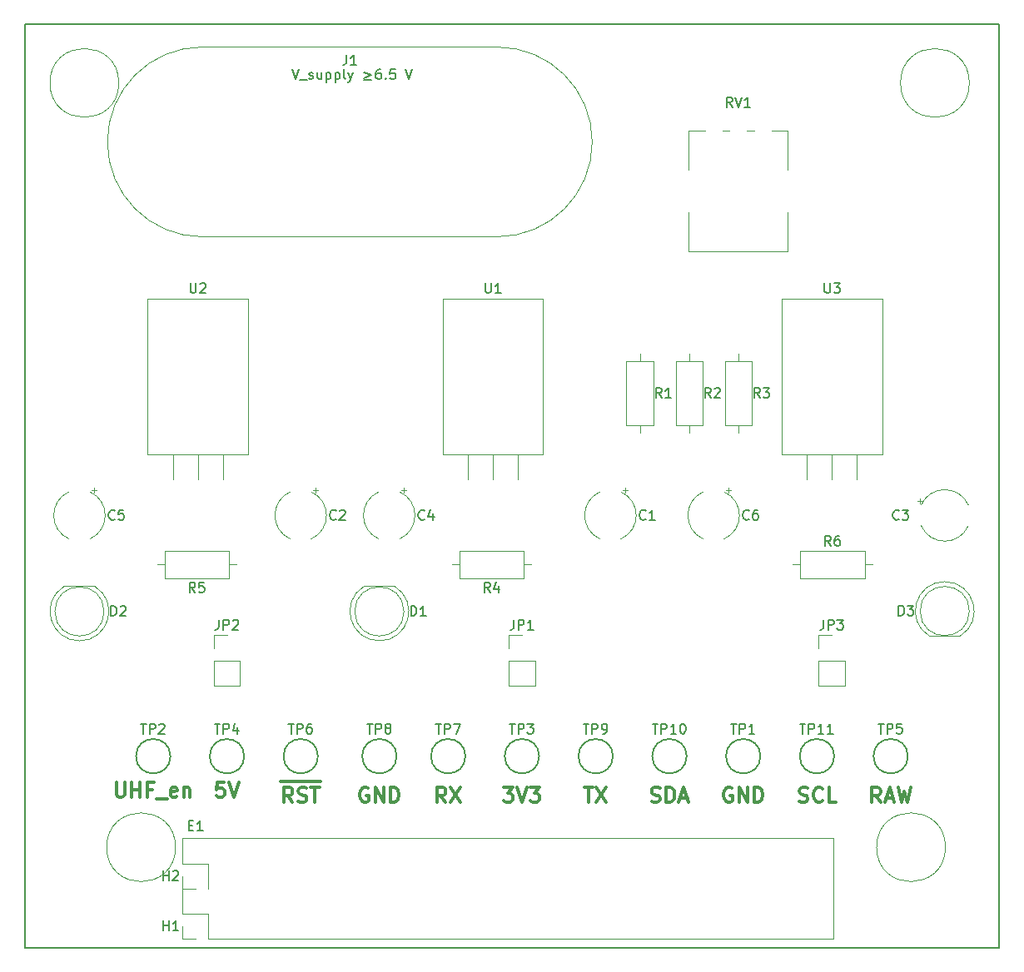
<source format=gbr>
%TF.GenerationSoftware,KiCad,Pcbnew,(5.0.2)-1*%
%TF.CreationDate,2020-07-21T09:41:45-06:00*%
%TF.ProjectId,power_interface,706f7765-725f-4696-9e74-657266616365,rev?*%
%TF.SameCoordinates,Original*%
%TF.FileFunction,Legend,Top*%
%TF.FilePolarity,Positive*%
%FSLAX46Y46*%
G04 Gerber Fmt 4.6, Leading zero omitted, Abs format (unit mm)*
G04 Created by KiCad (PCBNEW (5.0.2)-1) date 7/21/2020 9:41:45 AM*
%MOMM*%
%LPD*%
G01*
G04 APERTURE LIST*
%ADD10C,0.020000*%
%ADD11C,0.300000*%
%ADD12C,0.200000*%
%ADD13C,0.120000*%
%ADD14C,0.150000*%
G04 APERTURE END LIST*
D10*
X193000028Y-59000000D02*
G75*
G03X193000028Y-59000000I-3500014J0D01*
G01*
X106500014Y-59000000D02*
G75*
G03X106500014Y-59000000I-3500014J0D01*
G01*
D11*
X175714285Y-132107142D02*
X175928571Y-132178571D01*
X176285714Y-132178571D01*
X176428571Y-132107142D01*
X176500000Y-132035714D01*
X176571428Y-131892857D01*
X176571428Y-131750000D01*
X176500000Y-131607142D01*
X176428571Y-131535714D01*
X176285714Y-131464285D01*
X176000000Y-131392857D01*
X175857142Y-131321428D01*
X175785714Y-131250000D01*
X175714285Y-131107142D01*
X175714285Y-130964285D01*
X175785714Y-130821428D01*
X175857142Y-130750000D01*
X176000000Y-130678571D01*
X176357142Y-130678571D01*
X176571428Y-130750000D01*
X178071428Y-132035714D02*
X178000000Y-132107142D01*
X177785714Y-132178571D01*
X177642857Y-132178571D01*
X177428571Y-132107142D01*
X177285714Y-131964285D01*
X177214285Y-131821428D01*
X177142857Y-131535714D01*
X177142857Y-131321428D01*
X177214285Y-131035714D01*
X177285714Y-130892857D01*
X177428571Y-130750000D01*
X177642857Y-130678571D01*
X177785714Y-130678571D01*
X178000000Y-130750000D01*
X178071428Y-130821428D01*
X179428571Y-132178571D02*
X178714285Y-132178571D01*
X178714285Y-130678571D01*
X183964285Y-132178571D02*
X183464285Y-131464285D01*
X183107142Y-132178571D02*
X183107142Y-130678571D01*
X183678571Y-130678571D01*
X183821428Y-130750000D01*
X183892857Y-130821428D01*
X183964285Y-130964285D01*
X183964285Y-131178571D01*
X183892857Y-131321428D01*
X183821428Y-131392857D01*
X183678571Y-131464285D01*
X183107142Y-131464285D01*
X184535714Y-131750000D02*
X185250000Y-131750000D01*
X184392857Y-132178571D02*
X184892857Y-130678571D01*
X185392857Y-132178571D01*
X185750000Y-130678571D02*
X186107142Y-132178571D01*
X186392857Y-131107142D01*
X186678571Y-132178571D01*
X187035714Y-130678571D01*
X168857142Y-130750000D02*
X168714285Y-130678571D01*
X168500000Y-130678571D01*
X168285714Y-130750000D01*
X168142857Y-130892857D01*
X168071428Y-131035714D01*
X168000000Y-131321428D01*
X168000000Y-131535714D01*
X168071428Y-131821428D01*
X168142857Y-131964285D01*
X168285714Y-132107142D01*
X168500000Y-132178571D01*
X168642857Y-132178571D01*
X168857142Y-132107142D01*
X168928571Y-132035714D01*
X168928571Y-131535714D01*
X168642857Y-131535714D01*
X169571428Y-132178571D02*
X169571428Y-130678571D01*
X170428571Y-132178571D01*
X170428571Y-130678571D01*
X171142857Y-132178571D02*
X171142857Y-130678571D01*
X171500000Y-130678571D01*
X171714285Y-130750000D01*
X171857142Y-130892857D01*
X171928571Y-131035714D01*
X172000000Y-131321428D01*
X172000000Y-131535714D01*
X171928571Y-131821428D01*
X171857142Y-131964285D01*
X171714285Y-132107142D01*
X171500000Y-132178571D01*
X171142857Y-132178571D01*
X160678571Y-132107142D02*
X160892857Y-132178571D01*
X161250000Y-132178571D01*
X161392857Y-132107142D01*
X161464285Y-132035714D01*
X161535714Y-131892857D01*
X161535714Y-131750000D01*
X161464285Y-131607142D01*
X161392857Y-131535714D01*
X161250000Y-131464285D01*
X160964285Y-131392857D01*
X160821428Y-131321428D01*
X160750000Y-131250000D01*
X160678571Y-131107142D01*
X160678571Y-130964285D01*
X160750000Y-130821428D01*
X160821428Y-130750000D01*
X160964285Y-130678571D01*
X161321428Y-130678571D01*
X161535714Y-130750000D01*
X162178571Y-132178571D02*
X162178571Y-130678571D01*
X162535714Y-130678571D01*
X162750000Y-130750000D01*
X162892857Y-130892857D01*
X162964285Y-131035714D01*
X163035714Y-131321428D01*
X163035714Y-131535714D01*
X162964285Y-131821428D01*
X162892857Y-131964285D01*
X162750000Y-132107142D01*
X162535714Y-132178571D01*
X162178571Y-132178571D01*
X163607142Y-131750000D02*
X164321428Y-131750000D01*
X163464285Y-132178571D02*
X163964285Y-130678571D01*
X164464285Y-132178571D01*
X145642857Y-130678571D02*
X146571428Y-130678571D01*
X146071428Y-131250000D01*
X146285714Y-131250000D01*
X146428571Y-131321428D01*
X146500000Y-131392857D01*
X146571428Y-131535714D01*
X146571428Y-131892857D01*
X146500000Y-132035714D01*
X146428571Y-132107142D01*
X146285714Y-132178571D01*
X145857142Y-132178571D01*
X145714285Y-132107142D01*
X145642857Y-132035714D01*
X147000000Y-130678571D02*
X147500000Y-132178571D01*
X148000000Y-130678571D01*
X148357142Y-130678571D02*
X149285714Y-130678571D01*
X148785714Y-131250000D01*
X149000000Y-131250000D01*
X149142857Y-131321428D01*
X149214285Y-131392857D01*
X149285714Y-131535714D01*
X149285714Y-131892857D01*
X149214285Y-132035714D01*
X149142857Y-132107142D01*
X149000000Y-132178571D01*
X148571428Y-132178571D01*
X148428571Y-132107142D01*
X148357142Y-132035714D01*
X153857142Y-130678571D02*
X154714285Y-130678571D01*
X154285714Y-132178571D02*
X154285714Y-130678571D01*
X155071428Y-130678571D02*
X156071428Y-132178571D01*
X156071428Y-130678571D02*
X155071428Y-132178571D01*
X139750000Y-132178571D02*
X139250000Y-131464285D01*
X138892857Y-132178571D02*
X138892857Y-130678571D01*
X139464285Y-130678571D01*
X139607142Y-130750000D01*
X139678571Y-130821428D01*
X139750000Y-130964285D01*
X139750000Y-131178571D01*
X139678571Y-131321428D01*
X139607142Y-131392857D01*
X139464285Y-131464285D01*
X138892857Y-131464285D01*
X140250000Y-130678571D02*
X141250000Y-132178571D01*
X141250000Y-130678571D02*
X140250000Y-132178571D01*
X131857142Y-130750000D02*
X131714285Y-130678571D01*
X131500000Y-130678571D01*
X131285714Y-130750000D01*
X131142857Y-130892857D01*
X131071428Y-131035714D01*
X131000000Y-131321428D01*
X131000000Y-131535714D01*
X131071428Y-131821428D01*
X131142857Y-131964285D01*
X131285714Y-132107142D01*
X131500000Y-132178571D01*
X131642857Y-132178571D01*
X131857142Y-132107142D01*
X131928571Y-132035714D01*
X131928571Y-131535714D01*
X131642857Y-131535714D01*
X132571428Y-132178571D02*
X132571428Y-130678571D01*
X133428571Y-132178571D01*
X133428571Y-130678571D01*
X134142857Y-132178571D02*
X134142857Y-130678571D01*
X134500000Y-130678571D01*
X134714285Y-130750000D01*
X134857142Y-130892857D01*
X134928571Y-131035714D01*
X135000000Y-131321428D01*
X135000000Y-131535714D01*
X134928571Y-131821428D01*
X134857142Y-131964285D01*
X134714285Y-132107142D01*
X134500000Y-132178571D01*
X134142857Y-132178571D01*
X122964285Y-130030000D02*
X124464285Y-130030000D01*
X124178571Y-132178571D02*
X123678571Y-131464285D01*
X123321428Y-132178571D02*
X123321428Y-130678571D01*
X123892857Y-130678571D01*
X124035714Y-130750000D01*
X124107142Y-130821428D01*
X124178571Y-130964285D01*
X124178571Y-131178571D01*
X124107142Y-131321428D01*
X124035714Y-131392857D01*
X123892857Y-131464285D01*
X123321428Y-131464285D01*
X124464285Y-130030000D02*
X125892857Y-130030000D01*
X124750000Y-132107142D02*
X124964285Y-132178571D01*
X125321428Y-132178571D01*
X125464285Y-132107142D01*
X125535714Y-132035714D01*
X125607142Y-131892857D01*
X125607142Y-131750000D01*
X125535714Y-131607142D01*
X125464285Y-131535714D01*
X125321428Y-131464285D01*
X125035714Y-131392857D01*
X124892857Y-131321428D01*
X124821428Y-131250000D01*
X124750000Y-131107142D01*
X124750000Y-130964285D01*
X124821428Y-130821428D01*
X124892857Y-130750000D01*
X125035714Y-130678571D01*
X125392857Y-130678571D01*
X125607142Y-130750000D01*
X125892857Y-130030000D02*
X127035714Y-130030000D01*
X126035714Y-130678571D02*
X126892857Y-130678571D01*
X126464285Y-132178571D02*
X126464285Y-130678571D01*
X117214285Y-130178571D02*
X116500000Y-130178571D01*
X116428571Y-130892857D01*
X116500000Y-130821428D01*
X116642857Y-130750000D01*
X117000000Y-130750000D01*
X117142857Y-130821428D01*
X117214285Y-130892857D01*
X117285714Y-131035714D01*
X117285714Y-131392857D01*
X117214285Y-131535714D01*
X117142857Y-131607142D01*
X117000000Y-131678571D01*
X116642857Y-131678571D01*
X116500000Y-131607142D01*
X116428571Y-131535714D01*
X117714285Y-130178571D02*
X118214285Y-131678571D01*
X118714285Y-130178571D01*
X106250000Y-130178571D02*
X106250000Y-131392857D01*
X106321428Y-131535714D01*
X106392857Y-131607142D01*
X106535714Y-131678571D01*
X106821428Y-131678571D01*
X106964285Y-131607142D01*
X107035714Y-131535714D01*
X107107142Y-131392857D01*
X107107142Y-130178571D01*
X107821428Y-131678571D02*
X107821428Y-130178571D01*
X107821428Y-130892857D02*
X108678571Y-130892857D01*
X108678571Y-131678571D02*
X108678571Y-130178571D01*
X109892857Y-130892857D02*
X109392857Y-130892857D01*
X109392857Y-131678571D02*
X109392857Y-130178571D01*
X110107142Y-130178571D01*
X110321428Y-131821428D02*
X111464285Y-131821428D01*
X112392857Y-131607142D02*
X112250000Y-131678571D01*
X111964285Y-131678571D01*
X111821428Y-131607142D01*
X111750000Y-131464285D01*
X111750000Y-130892857D01*
X111821428Y-130750000D01*
X111964285Y-130678571D01*
X112250000Y-130678571D01*
X112392857Y-130750000D01*
X112464285Y-130892857D01*
X112464285Y-131035714D01*
X111750000Y-131178571D01*
X113107142Y-130678571D02*
X113107142Y-131678571D01*
X113107142Y-130821428D02*
X113178571Y-130750000D01*
X113321428Y-130678571D01*
X113535714Y-130678571D01*
X113678571Y-130750000D01*
X113750000Y-130892857D01*
X113750000Y-131678571D01*
D12*
X196000000Y-53000000D02*
X196000000Y-147000000D01*
X97000000Y-53000000D02*
X196000000Y-53000000D01*
X97000000Y-147000000D02*
X97000000Y-53000000D01*
X196000000Y-147000000D02*
X97000000Y-147000000D01*
D10*
X112270014Y-136760000D02*
G75*
G03X112270014Y-136760000I-3500014J0D01*
G01*
X190570014Y-136760000D02*
G75*
G03X190570014Y-136760000I-3500014J0D01*
G01*
D13*
X174521000Y-63880000D02*
X174521000Y-67817000D01*
X174521000Y-72184000D02*
X174521000Y-76120000D01*
X164480000Y-63880000D02*
X164480000Y-67817000D01*
X164480000Y-72184000D02*
X164480000Y-76120000D01*
X174521000Y-63880000D02*
X172871000Y-63880000D01*
X171129000Y-63880000D02*
X170370000Y-63880000D01*
X168629000Y-63880000D02*
X167870000Y-63880000D01*
X166130000Y-63880000D02*
X164480000Y-63880000D01*
X174521000Y-76120000D02*
X164480000Y-76120000D01*
X158225000Y-100445225D02*
X157725000Y-100445225D01*
X157975000Y-100195225D02*
X157975000Y-100695225D01*
X155440000Y-105395997D02*
G75*
G02X155440000Y-100604003I1060000J2395997D01*
G01*
X157560000Y-105395997D02*
G75*
G03X157560000Y-100604003I-1060000J2395997D01*
G01*
X126725000Y-100445225D02*
X126225000Y-100445225D01*
X126475000Y-100195225D02*
X126475000Y-100695225D01*
X123940000Y-105395997D02*
G75*
G02X123940000Y-100604003I1060000J2395997D01*
G01*
X126060000Y-105395997D02*
G75*
G03X126060000Y-100604003I-1060000J2395997D01*
G01*
X187945225Y-101275000D02*
X187945225Y-101775000D01*
X187695225Y-101525000D02*
X188195225Y-101525000D01*
X192895997Y-104060000D02*
G75*
G02X188104003Y-104060000I-2395997J1060000D01*
G01*
X192895997Y-101940000D02*
G75*
G03X188104003Y-101940000I-2395997J-1060000D01*
G01*
X135060000Y-105395997D02*
G75*
G03X135060000Y-100604003I-1060000J2395997D01*
G01*
X132940000Y-105395997D02*
G75*
G02X132940000Y-100604003I1060000J2395997D01*
G01*
X135475000Y-100195225D02*
X135475000Y-100695225D01*
X135725000Y-100445225D02*
X135225000Y-100445225D01*
X103560000Y-105395997D02*
G75*
G03X103560000Y-100604003I-1060000J2395997D01*
G01*
X101440000Y-105395997D02*
G75*
G02X101440000Y-100604003I1060000J2395997D01*
G01*
X103975000Y-100195225D02*
X103975000Y-100695225D01*
X104225000Y-100445225D02*
X103725000Y-100445225D01*
X168060000Y-105395997D02*
G75*
G03X168060000Y-100604003I-1060000J2395997D01*
G01*
X165940000Y-105395997D02*
G75*
G02X165940000Y-100604003I1060000J2395997D01*
G01*
X168475000Y-100195225D02*
X168475000Y-100695225D01*
X168725000Y-100445225D02*
X168225000Y-100445225D01*
X132999538Y-115760000D02*
G75*
G03X134544830Y-110210000I462J2990000D01*
G01*
X133000462Y-115760000D02*
G75*
G02X131455170Y-110210000I-462J2990000D01*
G01*
X135500000Y-112770000D02*
G75*
G03X135500000Y-112770000I-2500000J0D01*
G01*
X134545000Y-110210000D02*
X131455000Y-110210000D01*
X104045000Y-110210000D02*
X100955000Y-110210000D01*
X105000000Y-112770000D02*
G75*
G03X105000000Y-112770000I-2500000J0D01*
G01*
X102500462Y-115760000D02*
G75*
G02X100955170Y-110210000I-462J2990000D01*
G01*
X102499538Y-115760000D02*
G75*
G03X104044830Y-110210000I462J2990000D01*
G01*
X190500462Y-109740000D02*
G75*
G03X188955170Y-115290000I-462J-2990000D01*
G01*
X190499538Y-109740000D02*
G75*
G02X192044830Y-115290000I462J-2990000D01*
G01*
X193000000Y-112730000D02*
G75*
G03X193000000Y-112730000I-2500000J0D01*
G01*
X188955000Y-115290000D02*
X192045000Y-115290000D01*
X115570000Y-138430000D02*
X112970000Y-138430000D01*
X112970000Y-135830000D02*
X179130000Y-135830000D01*
X115570000Y-141030000D02*
X115570000Y-138430000D01*
X112970000Y-138430000D02*
X112970000Y-135830000D01*
X114300000Y-141030000D02*
X112970000Y-141030000D01*
X179130000Y-141030000D02*
X179130000Y-135830000D01*
X112970000Y-141030000D02*
X112970000Y-139700000D01*
X112970000Y-146110000D02*
X112970000Y-144780000D01*
X114300000Y-146110000D02*
X112970000Y-146110000D01*
X112970000Y-143510000D02*
X112970000Y-140910000D01*
X115570000Y-143510000D02*
X112970000Y-143510000D01*
X115570000Y-146110000D02*
X115570000Y-143510000D01*
X115570000Y-146110000D02*
X179130000Y-146110000D01*
X179130000Y-146110000D02*
X179130000Y-140910000D01*
X115000000Y-74652000D02*
X145000000Y-74652000D01*
X145000000Y-55348000D02*
X115000000Y-55348000D01*
X145000000Y-74650000D02*
G75*
G03X145000000Y-55350000I0J9650000D01*
G01*
X115000000Y-55348000D02*
G75*
G03X115000000Y-74652000I0J-9652000D01*
G01*
D14*
X132221200Y-58700800D02*
X131459200Y-58700800D01*
D13*
X146170000Y-120370000D02*
X148830000Y-120370000D01*
X146170000Y-117770000D02*
X146170000Y-120370000D01*
X148830000Y-117770000D02*
X148830000Y-120370000D01*
X146170000Y-117770000D02*
X148830000Y-117770000D01*
X146170000Y-116500000D02*
X146170000Y-115170000D01*
X146170000Y-115170000D02*
X147500000Y-115170000D01*
X116170000Y-115170000D02*
X117500000Y-115170000D01*
X116170000Y-116500000D02*
X116170000Y-115170000D01*
X116170000Y-117770000D02*
X118830000Y-117770000D01*
X118830000Y-117770000D02*
X118830000Y-120370000D01*
X116170000Y-117770000D02*
X116170000Y-120370000D01*
X116170000Y-120370000D02*
X118830000Y-120370000D01*
X177670000Y-120370000D02*
X180330000Y-120370000D01*
X177670000Y-117770000D02*
X177670000Y-120370000D01*
X180330000Y-117770000D02*
X180330000Y-120370000D01*
X177670000Y-117770000D02*
X180330000Y-117770000D01*
X177670000Y-116500000D02*
X177670000Y-115170000D01*
X177670000Y-115170000D02*
X179000000Y-115170000D01*
X160870000Y-87310000D02*
X158130000Y-87310000D01*
X158130000Y-87310000D02*
X158130000Y-93850000D01*
X158130000Y-93850000D02*
X160870000Y-93850000D01*
X160870000Y-93850000D02*
X160870000Y-87310000D01*
X159500000Y-86540000D02*
X159500000Y-87310000D01*
X159500000Y-94620000D02*
X159500000Y-93850000D01*
X165870000Y-87310000D02*
X163130000Y-87310000D01*
X163130000Y-87310000D02*
X163130000Y-93850000D01*
X163130000Y-93850000D02*
X165870000Y-93850000D01*
X165870000Y-93850000D02*
X165870000Y-87310000D01*
X164500000Y-86540000D02*
X164500000Y-87310000D01*
X164500000Y-94620000D02*
X164500000Y-93850000D01*
X169500000Y-94620000D02*
X169500000Y-93850000D01*
X169500000Y-86540000D02*
X169500000Y-87310000D01*
X170870000Y-93850000D02*
X170870000Y-87310000D01*
X168130000Y-93850000D02*
X170870000Y-93850000D01*
X168130000Y-87310000D02*
X168130000Y-93850000D01*
X170870000Y-87310000D02*
X168130000Y-87310000D01*
X140380000Y-108000000D02*
X141150000Y-108000000D01*
X148460000Y-108000000D02*
X147690000Y-108000000D01*
X141150000Y-109370000D02*
X147690000Y-109370000D01*
X141150000Y-106630000D02*
X141150000Y-109370000D01*
X147690000Y-106630000D02*
X141150000Y-106630000D01*
X147690000Y-109370000D02*
X147690000Y-106630000D01*
X117690000Y-109370000D02*
X117690000Y-106630000D01*
X117690000Y-106630000D02*
X111150000Y-106630000D01*
X111150000Y-106630000D02*
X111150000Y-109370000D01*
X111150000Y-109370000D02*
X117690000Y-109370000D01*
X118460000Y-108000000D02*
X117690000Y-108000000D01*
X110380000Y-108000000D02*
X111150000Y-108000000D01*
X183120000Y-108000000D02*
X182350000Y-108000000D01*
X175040000Y-108000000D02*
X175810000Y-108000000D01*
X182350000Y-106630000D02*
X175810000Y-106630000D01*
X182350000Y-109370000D02*
X182350000Y-106630000D01*
X175810000Y-109370000D02*
X182350000Y-109370000D01*
X175810000Y-106630000D02*
X175810000Y-109370000D01*
D14*
X171750000Y-127500000D02*
G75*
G03X171750000Y-127500000I-1750000J0D01*
G01*
X111750000Y-127500000D02*
G75*
G03X111750000Y-127500000I-1750000J0D01*
G01*
X149250000Y-127500000D02*
G75*
G03X149250000Y-127500000I-1750000J0D01*
G01*
X119250000Y-127500000D02*
G75*
G03X119250000Y-127500000I-1750000J0D01*
G01*
X186750000Y-127500000D02*
G75*
G03X186750000Y-127500000I-1750000J0D01*
G01*
X126750000Y-127500000D02*
G75*
G03X126750000Y-127500000I-1750000J0D01*
G01*
X141750000Y-127500000D02*
G75*
G03X141750000Y-127500000I-1750000J0D01*
G01*
X134750000Y-127500000D02*
G75*
G03X134750000Y-127500000I-1750000J0D01*
G01*
X156750000Y-127500000D02*
G75*
G03X156750000Y-127500000I-1750000J0D01*
G01*
X164250000Y-127500000D02*
G75*
G03X164250000Y-127500000I-1750000J0D01*
G01*
X179250000Y-127500000D02*
G75*
G03X179250000Y-127500000I-1750000J0D01*
G01*
D13*
X139420000Y-96810000D02*
X149660000Y-96810000D01*
X139420000Y-80920000D02*
X149660000Y-80920000D01*
X139420000Y-80920000D02*
X139420000Y-96810000D01*
X149660000Y-80920000D02*
X149660000Y-96810000D01*
X142000000Y-96810000D02*
X142000000Y-99350000D01*
X144540000Y-96810000D02*
X144540000Y-99350000D01*
X147080000Y-96810000D02*
X147080000Y-99350000D01*
X109420000Y-96810000D02*
X119660000Y-96810000D01*
X109420000Y-80920000D02*
X119660000Y-80920000D01*
X109420000Y-80920000D02*
X109420000Y-96810000D01*
X119660000Y-80920000D02*
X119660000Y-96810000D01*
X112000000Y-96810000D02*
X112000000Y-99350000D01*
X114540000Y-96810000D02*
X114540000Y-99350000D01*
X117080000Y-96810000D02*
X117080000Y-99350000D01*
X181580000Y-96810000D02*
X181580000Y-99350000D01*
X179040000Y-96810000D02*
X179040000Y-99350000D01*
X176500000Y-96810000D02*
X176500000Y-99350000D01*
X184160000Y-80920000D02*
X184160000Y-96810000D01*
X173920000Y-80920000D02*
X173920000Y-96810000D01*
X173920000Y-80920000D02*
X184160000Y-80920000D01*
X173920000Y-96810000D02*
X184160000Y-96810000D01*
D14*
X168904761Y-61452380D02*
X168571428Y-60976190D01*
X168333333Y-61452380D02*
X168333333Y-60452380D01*
X168714285Y-60452380D01*
X168809523Y-60500000D01*
X168857142Y-60547619D01*
X168904761Y-60642857D01*
X168904761Y-60785714D01*
X168857142Y-60880952D01*
X168809523Y-60928571D01*
X168714285Y-60976190D01*
X168333333Y-60976190D01*
X169190476Y-60452380D02*
X169523809Y-61452380D01*
X169857142Y-60452380D01*
X170714285Y-61452380D02*
X170142857Y-61452380D01*
X170428571Y-61452380D02*
X170428571Y-60452380D01*
X170333333Y-60595238D01*
X170238095Y-60690476D01*
X170142857Y-60738095D01*
X160083333Y-103357142D02*
X160035714Y-103404761D01*
X159892857Y-103452380D01*
X159797619Y-103452380D01*
X159654761Y-103404761D01*
X159559523Y-103309523D01*
X159511904Y-103214285D01*
X159464285Y-103023809D01*
X159464285Y-102880952D01*
X159511904Y-102690476D01*
X159559523Y-102595238D01*
X159654761Y-102500000D01*
X159797619Y-102452380D01*
X159892857Y-102452380D01*
X160035714Y-102500000D01*
X160083333Y-102547619D01*
X161035714Y-103452380D02*
X160464285Y-103452380D01*
X160750000Y-103452380D02*
X160750000Y-102452380D01*
X160654761Y-102595238D01*
X160559523Y-102690476D01*
X160464285Y-102738095D01*
X128583333Y-103357142D02*
X128535714Y-103404761D01*
X128392857Y-103452380D01*
X128297619Y-103452380D01*
X128154761Y-103404761D01*
X128059523Y-103309523D01*
X128011904Y-103214285D01*
X127964285Y-103023809D01*
X127964285Y-102880952D01*
X128011904Y-102690476D01*
X128059523Y-102595238D01*
X128154761Y-102500000D01*
X128297619Y-102452380D01*
X128392857Y-102452380D01*
X128535714Y-102500000D01*
X128583333Y-102547619D01*
X128964285Y-102547619D02*
X129011904Y-102500000D01*
X129107142Y-102452380D01*
X129345238Y-102452380D01*
X129440476Y-102500000D01*
X129488095Y-102547619D01*
X129535714Y-102642857D01*
X129535714Y-102738095D01*
X129488095Y-102880952D01*
X128916666Y-103452380D01*
X129535714Y-103452380D01*
X185833333Y-103357142D02*
X185785714Y-103404761D01*
X185642857Y-103452380D01*
X185547619Y-103452380D01*
X185404761Y-103404761D01*
X185309523Y-103309523D01*
X185261904Y-103214285D01*
X185214285Y-103023809D01*
X185214285Y-102880952D01*
X185261904Y-102690476D01*
X185309523Y-102595238D01*
X185404761Y-102500000D01*
X185547619Y-102452380D01*
X185642857Y-102452380D01*
X185785714Y-102500000D01*
X185833333Y-102547619D01*
X186166666Y-102452380D02*
X186785714Y-102452380D01*
X186452380Y-102833333D01*
X186595238Y-102833333D01*
X186690476Y-102880952D01*
X186738095Y-102928571D01*
X186785714Y-103023809D01*
X186785714Y-103261904D01*
X186738095Y-103357142D01*
X186690476Y-103404761D01*
X186595238Y-103452380D01*
X186309523Y-103452380D01*
X186214285Y-103404761D01*
X186166666Y-103357142D01*
X137583333Y-103357142D02*
X137535714Y-103404761D01*
X137392857Y-103452380D01*
X137297619Y-103452380D01*
X137154761Y-103404761D01*
X137059523Y-103309523D01*
X137011904Y-103214285D01*
X136964285Y-103023809D01*
X136964285Y-102880952D01*
X137011904Y-102690476D01*
X137059523Y-102595238D01*
X137154761Y-102500000D01*
X137297619Y-102452380D01*
X137392857Y-102452380D01*
X137535714Y-102500000D01*
X137583333Y-102547619D01*
X138440476Y-102785714D02*
X138440476Y-103452380D01*
X138202380Y-102404761D02*
X137964285Y-103119047D01*
X138583333Y-103119047D01*
X106083333Y-103357142D02*
X106035714Y-103404761D01*
X105892857Y-103452380D01*
X105797619Y-103452380D01*
X105654761Y-103404761D01*
X105559523Y-103309523D01*
X105511904Y-103214285D01*
X105464285Y-103023809D01*
X105464285Y-102880952D01*
X105511904Y-102690476D01*
X105559523Y-102595238D01*
X105654761Y-102500000D01*
X105797619Y-102452380D01*
X105892857Y-102452380D01*
X106035714Y-102500000D01*
X106083333Y-102547619D01*
X106988095Y-102452380D02*
X106511904Y-102452380D01*
X106464285Y-102928571D01*
X106511904Y-102880952D01*
X106607142Y-102833333D01*
X106845238Y-102833333D01*
X106940476Y-102880952D01*
X106988095Y-102928571D01*
X107035714Y-103023809D01*
X107035714Y-103261904D01*
X106988095Y-103357142D01*
X106940476Y-103404761D01*
X106845238Y-103452380D01*
X106607142Y-103452380D01*
X106511904Y-103404761D01*
X106464285Y-103357142D01*
X170583333Y-103357142D02*
X170535714Y-103404761D01*
X170392857Y-103452380D01*
X170297619Y-103452380D01*
X170154761Y-103404761D01*
X170059523Y-103309523D01*
X170011904Y-103214285D01*
X169964285Y-103023809D01*
X169964285Y-102880952D01*
X170011904Y-102690476D01*
X170059523Y-102595238D01*
X170154761Y-102500000D01*
X170297619Y-102452380D01*
X170392857Y-102452380D01*
X170535714Y-102500000D01*
X170583333Y-102547619D01*
X171440476Y-102452380D02*
X171250000Y-102452380D01*
X171154761Y-102500000D01*
X171107142Y-102547619D01*
X171011904Y-102690476D01*
X170964285Y-102880952D01*
X170964285Y-103261904D01*
X171011904Y-103357142D01*
X171059523Y-103404761D01*
X171154761Y-103452380D01*
X171345238Y-103452380D01*
X171440476Y-103404761D01*
X171488095Y-103357142D01*
X171535714Y-103261904D01*
X171535714Y-103023809D01*
X171488095Y-102928571D01*
X171440476Y-102880952D01*
X171345238Y-102833333D01*
X171154761Y-102833333D01*
X171059523Y-102880952D01*
X171011904Y-102928571D01*
X170964285Y-103023809D01*
X136221904Y-113222380D02*
X136221904Y-112222380D01*
X136460000Y-112222380D01*
X136602857Y-112270000D01*
X136698095Y-112365238D01*
X136745714Y-112460476D01*
X136793333Y-112650952D01*
X136793333Y-112793809D01*
X136745714Y-112984285D01*
X136698095Y-113079523D01*
X136602857Y-113174761D01*
X136460000Y-113222380D01*
X136221904Y-113222380D01*
X137745714Y-113222380D02*
X137174285Y-113222380D01*
X137460000Y-113222380D02*
X137460000Y-112222380D01*
X137364761Y-112365238D01*
X137269523Y-112460476D01*
X137174285Y-112508095D01*
X105721904Y-113222380D02*
X105721904Y-112222380D01*
X105960000Y-112222380D01*
X106102857Y-112270000D01*
X106198095Y-112365238D01*
X106245714Y-112460476D01*
X106293333Y-112650952D01*
X106293333Y-112793809D01*
X106245714Y-112984285D01*
X106198095Y-113079523D01*
X106102857Y-113174761D01*
X105960000Y-113222380D01*
X105721904Y-113222380D01*
X106674285Y-112317619D02*
X106721904Y-112270000D01*
X106817142Y-112222380D01*
X107055238Y-112222380D01*
X107150476Y-112270000D01*
X107198095Y-112317619D01*
X107245714Y-112412857D01*
X107245714Y-112508095D01*
X107198095Y-112650952D01*
X106626666Y-113222380D01*
X107245714Y-113222380D01*
X185801904Y-113182380D02*
X185801904Y-112182380D01*
X186040000Y-112182380D01*
X186182857Y-112230000D01*
X186278095Y-112325238D01*
X186325714Y-112420476D01*
X186373333Y-112610952D01*
X186373333Y-112753809D01*
X186325714Y-112944285D01*
X186278095Y-113039523D01*
X186182857Y-113134761D01*
X186040000Y-113182380D01*
X185801904Y-113182380D01*
X186706666Y-112182380D02*
X187325714Y-112182380D01*
X186992380Y-112563333D01*
X187135238Y-112563333D01*
X187230476Y-112610952D01*
X187278095Y-112658571D01*
X187325714Y-112753809D01*
X187325714Y-112991904D01*
X187278095Y-113087142D01*
X187230476Y-113134761D01*
X187135238Y-113182380D01*
X186849523Y-113182380D01*
X186754285Y-113134761D01*
X186706666Y-113087142D01*
X113609523Y-134548571D02*
X113942857Y-134548571D01*
X114085714Y-135072380D02*
X113609523Y-135072380D01*
X113609523Y-134072380D01*
X114085714Y-134072380D01*
X115038095Y-135072380D02*
X114466666Y-135072380D01*
X114752380Y-135072380D02*
X114752380Y-134072380D01*
X114657142Y-134215238D01*
X114561904Y-134310476D01*
X114466666Y-134358095D01*
X110998095Y-140152380D02*
X110998095Y-139152380D01*
X110998095Y-139628571D02*
X111569523Y-139628571D01*
X111569523Y-140152380D02*
X111569523Y-139152380D01*
X111998095Y-139247619D02*
X112045714Y-139200000D01*
X112140952Y-139152380D01*
X112379047Y-139152380D01*
X112474285Y-139200000D01*
X112521904Y-139247619D01*
X112569523Y-139342857D01*
X112569523Y-139438095D01*
X112521904Y-139580952D01*
X111950476Y-140152380D01*
X112569523Y-140152380D01*
X110998095Y-145232380D02*
X110998095Y-144232380D01*
X110998095Y-144708571D02*
X111569523Y-144708571D01*
X111569523Y-145232380D02*
X111569523Y-144232380D01*
X112569523Y-145232380D02*
X111998095Y-145232380D01*
X112283809Y-145232380D02*
X112283809Y-144232380D01*
X112188571Y-144375238D01*
X112093333Y-144470476D01*
X111998095Y-144518095D01*
X129652666Y-56171980D02*
X129652666Y-56886266D01*
X129605047Y-57029123D01*
X129509809Y-57124361D01*
X129366952Y-57171980D01*
X129271714Y-57171980D01*
X130652666Y-57171980D02*
X130081238Y-57171980D01*
X130366952Y-57171980D02*
X130366952Y-56171980D01*
X130271714Y-56314838D01*
X130176476Y-56410076D01*
X130081238Y-56457695D01*
X124120952Y-57594380D02*
X124454285Y-58594380D01*
X124787619Y-57594380D01*
X124882857Y-58689619D02*
X125644761Y-58689619D01*
X125835238Y-58546761D02*
X125930476Y-58594380D01*
X126120952Y-58594380D01*
X126216190Y-58546761D01*
X126263809Y-58451523D01*
X126263809Y-58403904D01*
X126216190Y-58308666D01*
X126120952Y-58261047D01*
X125978095Y-58261047D01*
X125882857Y-58213428D01*
X125835238Y-58118190D01*
X125835238Y-58070571D01*
X125882857Y-57975333D01*
X125978095Y-57927714D01*
X126120952Y-57927714D01*
X126216190Y-57975333D01*
X127120952Y-57927714D02*
X127120952Y-58594380D01*
X126692380Y-57927714D02*
X126692380Y-58451523D01*
X126740000Y-58546761D01*
X126835238Y-58594380D01*
X126978095Y-58594380D01*
X127073333Y-58546761D01*
X127120952Y-58499142D01*
X127597142Y-57927714D02*
X127597142Y-58927714D01*
X127597142Y-57975333D02*
X127692380Y-57927714D01*
X127882857Y-57927714D01*
X127978095Y-57975333D01*
X128025714Y-58022952D01*
X128073333Y-58118190D01*
X128073333Y-58403904D01*
X128025714Y-58499142D01*
X127978095Y-58546761D01*
X127882857Y-58594380D01*
X127692380Y-58594380D01*
X127597142Y-58546761D01*
X128501904Y-57927714D02*
X128501904Y-58927714D01*
X128501904Y-57975333D02*
X128597142Y-57927714D01*
X128787619Y-57927714D01*
X128882857Y-57975333D01*
X128930476Y-58022952D01*
X128978095Y-58118190D01*
X128978095Y-58403904D01*
X128930476Y-58499142D01*
X128882857Y-58546761D01*
X128787619Y-58594380D01*
X128597142Y-58594380D01*
X128501904Y-58546761D01*
X129549523Y-58594380D02*
X129454285Y-58546761D01*
X129406666Y-58451523D01*
X129406666Y-57594380D01*
X129835238Y-57927714D02*
X130073333Y-58594380D01*
X130311428Y-57927714D02*
X130073333Y-58594380D01*
X129978095Y-58832476D01*
X129930476Y-58880095D01*
X129835238Y-58927714D01*
X131454285Y-57927714D02*
X132216190Y-58213428D01*
X131454285Y-58499142D01*
X133120952Y-57594380D02*
X132930476Y-57594380D01*
X132835238Y-57642000D01*
X132787619Y-57689619D01*
X132692380Y-57832476D01*
X132644761Y-58022952D01*
X132644761Y-58403904D01*
X132692380Y-58499142D01*
X132740000Y-58546761D01*
X132835238Y-58594380D01*
X133025714Y-58594380D01*
X133120952Y-58546761D01*
X133168571Y-58499142D01*
X133216190Y-58403904D01*
X133216190Y-58165809D01*
X133168571Y-58070571D01*
X133120952Y-58022952D01*
X133025714Y-57975333D01*
X132835238Y-57975333D01*
X132740000Y-58022952D01*
X132692380Y-58070571D01*
X132644761Y-58165809D01*
X133644761Y-58499142D02*
X133692380Y-58546761D01*
X133644761Y-58594380D01*
X133597142Y-58546761D01*
X133644761Y-58499142D01*
X133644761Y-58594380D01*
X134597142Y-57594380D02*
X134120952Y-57594380D01*
X134073333Y-58070571D01*
X134120952Y-58022952D01*
X134216190Y-57975333D01*
X134454285Y-57975333D01*
X134549523Y-58022952D01*
X134597142Y-58070571D01*
X134644761Y-58165809D01*
X134644761Y-58403904D01*
X134597142Y-58499142D01*
X134549523Y-58546761D01*
X134454285Y-58594380D01*
X134216190Y-58594380D01*
X134120952Y-58546761D01*
X134073333Y-58499142D01*
X135692380Y-57594380D02*
X136025714Y-58594380D01*
X136359047Y-57594380D01*
X146666666Y-113622380D02*
X146666666Y-114336666D01*
X146619047Y-114479523D01*
X146523809Y-114574761D01*
X146380952Y-114622380D01*
X146285714Y-114622380D01*
X147142857Y-114622380D02*
X147142857Y-113622380D01*
X147523809Y-113622380D01*
X147619047Y-113670000D01*
X147666666Y-113717619D01*
X147714285Y-113812857D01*
X147714285Y-113955714D01*
X147666666Y-114050952D01*
X147619047Y-114098571D01*
X147523809Y-114146190D01*
X147142857Y-114146190D01*
X148666666Y-114622380D02*
X148095238Y-114622380D01*
X148380952Y-114622380D02*
X148380952Y-113622380D01*
X148285714Y-113765238D01*
X148190476Y-113860476D01*
X148095238Y-113908095D01*
X116666666Y-113622380D02*
X116666666Y-114336666D01*
X116619047Y-114479523D01*
X116523809Y-114574761D01*
X116380952Y-114622380D01*
X116285714Y-114622380D01*
X117142857Y-114622380D02*
X117142857Y-113622380D01*
X117523809Y-113622380D01*
X117619047Y-113670000D01*
X117666666Y-113717619D01*
X117714285Y-113812857D01*
X117714285Y-113955714D01*
X117666666Y-114050952D01*
X117619047Y-114098571D01*
X117523809Y-114146190D01*
X117142857Y-114146190D01*
X118095238Y-113717619D02*
X118142857Y-113670000D01*
X118238095Y-113622380D01*
X118476190Y-113622380D01*
X118571428Y-113670000D01*
X118619047Y-113717619D01*
X118666666Y-113812857D01*
X118666666Y-113908095D01*
X118619047Y-114050952D01*
X118047619Y-114622380D01*
X118666666Y-114622380D01*
X178166666Y-113622380D02*
X178166666Y-114336666D01*
X178119047Y-114479523D01*
X178023809Y-114574761D01*
X177880952Y-114622380D01*
X177785714Y-114622380D01*
X178642857Y-114622380D02*
X178642857Y-113622380D01*
X179023809Y-113622380D01*
X179119047Y-113670000D01*
X179166666Y-113717619D01*
X179214285Y-113812857D01*
X179214285Y-113955714D01*
X179166666Y-114050952D01*
X179119047Y-114098571D01*
X179023809Y-114146190D01*
X178642857Y-114146190D01*
X179547619Y-113622380D02*
X180166666Y-113622380D01*
X179833333Y-114003333D01*
X179976190Y-114003333D01*
X180071428Y-114050952D01*
X180119047Y-114098571D01*
X180166666Y-114193809D01*
X180166666Y-114431904D01*
X180119047Y-114527142D01*
X180071428Y-114574761D01*
X179976190Y-114622380D01*
X179690476Y-114622380D01*
X179595238Y-114574761D01*
X179547619Y-114527142D01*
X161703333Y-91032380D02*
X161370000Y-90556190D01*
X161131904Y-91032380D02*
X161131904Y-90032380D01*
X161512857Y-90032380D01*
X161608095Y-90080000D01*
X161655714Y-90127619D01*
X161703333Y-90222857D01*
X161703333Y-90365714D01*
X161655714Y-90460952D01*
X161608095Y-90508571D01*
X161512857Y-90556190D01*
X161131904Y-90556190D01*
X162655714Y-91032380D02*
X162084285Y-91032380D01*
X162370000Y-91032380D02*
X162370000Y-90032380D01*
X162274761Y-90175238D01*
X162179523Y-90270476D01*
X162084285Y-90318095D01*
X166703333Y-91032380D02*
X166370000Y-90556190D01*
X166131904Y-91032380D02*
X166131904Y-90032380D01*
X166512857Y-90032380D01*
X166608095Y-90080000D01*
X166655714Y-90127619D01*
X166703333Y-90222857D01*
X166703333Y-90365714D01*
X166655714Y-90460952D01*
X166608095Y-90508571D01*
X166512857Y-90556190D01*
X166131904Y-90556190D01*
X167084285Y-90127619D02*
X167131904Y-90080000D01*
X167227142Y-90032380D01*
X167465238Y-90032380D01*
X167560476Y-90080000D01*
X167608095Y-90127619D01*
X167655714Y-90222857D01*
X167655714Y-90318095D01*
X167608095Y-90460952D01*
X167036666Y-91032380D01*
X167655714Y-91032380D01*
X171703333Y-91032380D02*
X171370000Y-90556190D01*
X171131904Y-91032380D02*
X171131904Y-90032380D01*
X171512857Y-90032380D01*
X171608095Y-90080000D01*
X171655714Y-90127619D01*
X171703333Y-90222857D01*
X171703333Y-90365714D01*
X171655714Y-90460952D01*
X171608095Y-90508571D01*
X171512857Y-90556190D01*
X171131904Y-90556190D01*
X172036666Y-90032380D02*
X172655714Y-90032380D01*
X172322380Y-90413333D01*
X172465238Y-90413333D01*
X172560476Y-90460952D01*
X172608095Y-90508571D01*
X172655714Y-90603809D01*
X172655714Y-90841904D01*
X172608095Y-90937142D01*
X172560476Y-90984761D01*
X172465238Y-91032380D01*
X172179523Y-91032380D01*
X172084285Y-90984761D01*
X172036666Y-90937142D01*
X144253333Y-110822380D02*
X143920000Y-110346190D01*
X143681904Y-110822380D02*
X143681904Y-109822380D01*
X144062857Y-109822380D01*
X144158095Y-109870000D01*
X144205714Y-109917619D01*
X144253333Y-110012857D01*
X144253333Y-110155714D01*
X144205714Y-110250952D01*
X144158095Y-110298571D01*
X144062857Y-110346190D01*
X143681904Y-110346190D01*
X145110476Y-110155714D02*
X145110476Y-110822380D01*
X144872380Y-109774761D02*
X144634285Y-110489047D01*
X145253333Y-110489047D01*
X114253333Y-110822380D02*
X113920000Y-110346190D01*
X113681904Y-110822380D02*
X113681904Y-109822380D01*
X114062857Y-109822380D01*
X114158095Y-109870000D01*
X114205714Y-109917619D01*
X114253333Y-110012857D01*
X114253333Y-110155714D01*
X114205714Y-110250952D01*
X114158095Y-110298571D01*
X114062857Y-110346190D01*
X113681904Y-110346190D01*
X115158095Y-109822380D02*
X114681904Y-109822380D01*
X114634285Y-110298571D01*
X114681904Y-110250952D01*
X114777142Y-110203333D01*
X115015238Y-110203333D01*
X115110476Y-110250952D01*
X115158095Y-110298571D01*
X115205714Y-110393809D01*
X115205714Y-110631904D01*
X115158095Y-110727142D01*
X115110476Y-110774761D01*
X115015238Y-110822380D01*
X114777142Y-110822380D01*
X114681904Y-110774761D01*
X114634285Y-110727142D01*
X178913333Y-106082380D02*
X178580000Y-105606190D01*
X178341904Y-106082380D02*
X178341904Y-105082380D01*
X178722857Y-105082380D01*
X178818095Y-105130000D01*
X178865714Y-105177619D01*
X178913333Y-105272857D01*
X178913333Y-105415714D01*
X178865714Y-105510952D01*
X178818095Y-105558571D01*
X178722857Y-105606190D01*
X178341904Y-105606190D01*
X179770476Y-105082380D02*
X179580000Y-105082380D01*
X179484761Y-105130000D01*
X179437142Y-105177619D01*
X179341904Y-105320476D01*
X179294285Y-105510952D01*
X179294285Y-105891904D01*
X179341904Y-105987142D01*
X179389523Y-106034761D01*
X179484761Y-106082380D01*
X179675238Y-106082380D01*
X179770476Y-106034761D01*
X179818095Y-105987142D01*
X179865714Y-105891904D01*
X179865714Y-105653809D01*
X179818095Y-105558571D01*
X179770476Y-105510952D01*
X179675238Y-105463333D01*
X179484761Y-105463333D01*
X179389523Y-105510952D01*
X179341904Y-105558571D01*
X179294285Y-105653809D01*
X168738095Y-124202380D02*
X169309523Y-124202380D01*
X169023809Y-125202380D02*
X169023809Y-124202380D01*
X169642857Y-125202380D02*
X169642857Y-124202380D01*
X170023809Y-124202380D01*
X170119047Y-124250000D01*
X170166666Y-124297619D01*
X170214285Y-124392857D01*
X170214285Y-124535714D01*
X170166666Y-124630952D01*
X170119047Y-124678571D01*
X170023809Y-124726190D01*
X169642857Y-124726190D01*
X171166666Y-125202380D02*
X170595238Y-125202380D01*
X170880952Y-125202380D02*
X170880952Y-124202380D01*
X170785714Y-124345238D01*
X170690476Y-124440476D01*
X170595238Y-124488095D01*
X108738095Y-124202380D02*
X109309523Y-124202380D01*
X109023809Y-125202380D02*
X109023809Y-124202380D01*
X109642857Y-125202380D02*
X109642857Y-124202380D01*
X110023809Y-124202380D01*
X110119047Y-124250000D01*
X110166666Y-124297619D01*
X110214285Y-124392857D01*
X110214285Y-124535714D01*
X110166666Y-124630952D01*
X110119047Y-124678571D01*
X110023809Y-124726190D01*
X109642857Y-124726190D01*
X110595238Y-124297619D02*
X110642857Y-124250000D01*
X110738095Y-124202380D01*
X110976190Y-124202380D01*
X111071428Y-124250000D01*
X111119047Y-124297619D01*
X111166666Y-124392857D01*
X111166666Y-124488095D01*
X111119047Y-124630952D01*
X110547619Y-125202380D01*
X111166666Y-125202380D01*
X146238095Y-124202380D02*
X146809523Y-124202380D01*
X146523809Y-125202380D02*
X146523809Y-124202380D01*
X147142857Y-125202380D02*
X147142857Y-124202380D01*
X147523809Y-124202380D01*
X147619047Y-124250000D01*
X147666666Y-124297619D01*
X147714285Y-124392857D01*
X147714285Y-124535714D01*
X147666666Y-124630952D01*
X147619047Y-124678571D01*
X147523809Y-124726190D01*
X147142857Y-124726190D01*
X148047619Y-124202380D02*
X148666666Y-124202380D01*
X148333333Y-124583333D01*
X148476190Y-124583333D01*
X148571428Y-124630952D01*
X148619047Y-124678571D01*
X148666666Y-124773809D01*
X148666666Y-125011904D01*
X148619047Y-125107142D01*
X148571428Y-125154761D01*
X148476190Y-125202380D01*
X148190476Y-125202380D01*
X148095238Y-125154761D01*
X148047619Y-125107142D01*
X116238095Y-124202380D02*
X116809523Y-124202380D01*
X116523809Y-125202380D02*
X116523809Y-124202380D01*
X117142857Y-125202380D02*
X117142857Y-124202380D01*
X117523809Y-124202380D01*
X117619047Y-124250000D01*
X117666666Y-124297619D01*
X117714285Y-124392857D01*
X117714285Y-124535714D01*
X117666666Y-124630952D01*
X117619047Y-124678571D01*
X117523809Y-124726190D01*
X117142857Y-124726190D01*
X118571428Y-124535714D02*
X118571428Y-125202380D01*
X118333333Y-124154761D02*
X118095238Y-124869047D01*
X118714285Y-124869047D01*
X183738095Y-124202380D02*
X184309523Y-124202380D01*
X184023809Y-125202380D02*
X184023809Y-124202380D01*
X184642857Y-125202380D02*
X184642857Y-124202380D01*
X185023809Y-124202380D01*
X185119047Y-124250000D01*
X185166666Y-124297619D01*
X185214285Y-124392857D01*
X185214285Y-124535714D01*
X185166666Y-124630952D01*
X185119047Y-124678571D01*
X185023809Y-124726190D01*
X184642857Y-124726190D01*
X186119047Y-124202380D02*
X185642857Y-124202380D01*
X185595238Y-124678571D01*
X185642857Y-124630952D01*
X185738095Y-124583333D01*
X185976190Y-124583333D01*
X186071428Y-124630952D01*
X186119047Y-124678571D01*
X186166666Y-124773809D01*
X186166666Y-125011904D01*
X186119047Y-125107142D01*
X186071428Y-125154761D01*
X185976190Y-125202380D01*
X185738095Y-125202380D01*
X185642857Y-125154761D01*
X185595238Y-125107142D01*
X123738095Y-124202380D02*
X124309523Y-124202380D01*
X124023809Y-125202380D02*
X124023809Y-124202380D01*
X124642857Y-125202380D02*
X124642857Y-124202380D01*
X125023809Y-124202380D01*
X125119047Y-124250000D01*
X125166666Y-124297619D01*
X125214285Y-124392857D01*
X125214285Y-124535714D01*
X125166666Y-124630952D01*
X125119047Y-124678571D01*
X125023809Y-124726190D01*
X124642857Y-124726190D01*
X126071428Y-124202380D02*
X125880952Y-124202380D01*
X125785714Y-124250000D01*
X125738095Y-124297619D01*
X125642857Y-124440476D01*
X125595238Y-124630952D01*
X125595238Y-125011904D01*
X125642857Y-125107142D01*
X125690476Y-125154761D01*
X125785714Y-125202380D01*
X125976190Y-125202380D01*
X126071428Y-125154761D01*
X126119047Y-125107142D01*
X126166666Y-125011904D01*
X126166666Y-124773809D01*
X126119047Y-124678571D01*
X126071428Y-124630952D01*
X125976190Y-124583333D01*
X125785714Y-124583333D01*
X125690476Y-124630952D01*
X125642857Y-124678571D01*
X125595238Y-124773809D01*
X138738095Y-124202380D02*
X139309523Y-124202380D01*
X139023809Y-125202380D02*
X139023809Y-124202380D01*
X139642857Y-125202380D02*
X139642857Y-124202380D01*
X140023809Y-124202380D01*
X140119047Y-124250000D01*
X140166666Y-124297619D01*
X140214285Y-124392857D01*
X140214285Y-124535714D01*
X140166666Y-124630952D01*
X140119047Y-124678571D01*
X140023809Y-124726190D01*
X139642857Y-124726190D01*
X140547619Y-124202380D02*
X141214285Y-124202380D01*
X140785714Y-125202380D01*
X131738095Y-124202380D02*
X132309523Y-124202380D01*
X132023809Y-125202380D02*
X132023809Y-124202380D01*
X132642857Y-125202380D02*
X132642857Y-124202380D01*
X133023809Y-124202380D01*
X133119047Y-124250000D01*
X133166666Y-124297619D01*
X133214285Y-124392857D01*
X133214285Y-124535714D01*
X133166666Y-124630952D01*
X133119047Y-124678571D01*
X133023809Y-124726190D01*
X132642857Y-124726190D01*
X133785714Y-124630952D02*
X133690476Y-124583333D01*
X133642857Y-124535714D01*
X133595238Y-124440476D01*
X133595238Y-124392857D01*
X133642857Y-124297619D01*
X133690476Y-124250000D01*
X133785714Y-124202380D01*
X133976190Y-124202380D01*
X134071428Y-124250000D01*
X134119047Y-124297619D01*
X134166666Y-124392857D01*
X134166666Y-124440476D01*
X134119047Y-124535714D01*
X134071428Y-124583333D01*
X133976190Y-124630952D01*
X133785714Y-124630952D01*
X133690476Y-124678571D01*
X133642857Y-124726190D01*
X133595238Y-124821428D01*
X133595238Y-125011904D01*
X133642857Y-125107142D01*
X133690476Y-125154761D01*
X133785714Y-125202380D01*
X133976190Y-125202380D01*
X134071428Y-125154761D01*
X134119047Y-125107142D01*
X134166666Y-125011904D01*
X134166666Y-124821428D01*
X134119047Y-124726190D01*
X134071428Y-124678571D01*
X133976190Y-124630952D01*
X153738095Y-124202380D02*
X154309523Y-124202380D01*
X154023809Y-125202380D02*
X154023809Y-124202380D01*
X154642857Y-125202380D02*
X154642857Y-124202380D01*
X155023809Y-124202380D01*
X155119047Y-124250000D01*
X155166666Y-124297619D01*
X155214285Y-124392857D01*
X155214285Y-124535714D01*
X155166666Y-124630952D01*
X155119047Y-124678571D01*
X155023809Y-124726190D01*
X154642857Y-124726190D01*
X155690476Y-125202380D02*
X155880952Y-125202380D01*
X155976190Y-125154761D01*
X156023809Y-125107142D01*
X156119047Y-124964285D01*
X156166666Y-124773809D01*
X156166666Y-124392857D01*
X156119047Y-124297619D01*
X156071428Y-124250000D01*
X155976190Y-124202380D01*
X155785714Y-124202380D01*
X155690476Y-124250000D01*
X155642857Y-124297619D01*
X155595238Y-124392857D01*
X155595238Y-124630952D01*
X155642857Y-124726190D01*
X155690476Y-124773809D01*
X155785714Y-124821428D01*
X155976190Y-124821428D01*
X156071428Y-124773809D01*
X156119047Y-124726190D01*
X156166666Y-124630952D01*
X160761904Y-124202380D02*
X161333333Y-124202380D01*
X161047619Y-125202380D02*
X161047619Y-124202380D01*
X161666666Y-125202380D02*
X161666666Y-124202380D01*
X162047619Y-124202380D01*
X162142857Y-124250000D01*
X162190476Y-124297619D01*
X162238095Y-124392857D01*
X162238095Y-124535714D01*
X162190476Y-124630952D01*
X162142857Y-124678571D01*
X162047619Y-124726190D01*
X161666666Y-124726190D01*
X163190476Y-125202380D02*
X162619047Y-125202380D01*
X162904761Y-125202380D02*
X162904761Y-124202380D01*
X162809523Y-124345238D01*
X162714285Y-124440476D01*
X162619047Y-124488095D01*
X163809523Y-124202380D02*
X163904761Y-124202380D01*
X164000000Y-124250000D01*
X164047619Y-124297619D01*
X164095238Y-124392857D01*
X164142857Y-124583333D01*
X164142857Y-124821428D01*
X164095238Y-125011904D01*
X164047619Y-125107142D01*
X164000000Y-125154761D01*
X163904761Y-125202380D01*
X163809523Y-125202380D01*
X163714285Y-125154761D01*
X163666666Y-125107142D01*
X163619047Y-125011904D01*
X163571428Y-124821428D01*
X163571428Y-124583333D01*
X163619047Y-124392857D01*
X163666666Y-124297619D01*
X163714285Y-124250000D01*
X163809523Y-124202380D01*
X175761904Y-124202380D02*
X176333333Y-124202380D01*
X176047619Y-125202380D02*
X176047619Y-124202380D01*
X176666666Y-125202380D02*
X176666666Y-124202380D01*
X177047619Y-124202380D01*
X177142857Y-124250000D01*
X177190476Y-124297619D01*
X177238095Y-124392857D01*
X177238095Y-124535714D01*
X177190476Y-124630952D01*
X177142857Y-124678571D01*
X177047619Y-124726190D01*
X176666666Y-124726190D01*
X178190476Y-125202380D02*
X177619047Y-125202380D01*
X177904761Y-125202380D02*
X177904761Y-124202380D01*
X177809523Y-124345238D01*
X177714285Y-124440476D01*
X177619047Y-124488095D01*
X179142857Y-125202380D02*
X178571428Y-125202380D01*
X178857142Y-125202380D02*
X178857142Y-124202380D01*
X178761904Y-124345238D01*
X178666666Y-124440476D01*
X178571428Y-124488095D01*
X143778095Y-79372380D02*
X143778095Y-80181904D01*
X143825714Y-80277142D01*
X143873333Y-80324761D01*
X143968571Y-80372380D01*
X144159047Y-80372380D01*
X144254285Y-80324761D01*
X144301904Y-80277142D01*
X144349523Y-80181904D01*
X144349523Y-79372380D01*
X145349523Y-80372380D02*
X144778095Y-80372380D01*
X145063809Y-80372380D02*
X145063809Y-79372380D01*
X144968571Y-79515238D01*
X144873333Y-79610476D01*
X144778095Y-79658095D01*
X113778095Y-79372380D02*
X113778095Y-80181904D01*
X113825714Y-80277142D01*
X113873333Y-80324761D01*
X113968571Y-80372380D01*
X114159047Y-80372380D01*
X114254285Y-80324761D01*
X114301904Y-80277142D01*
X114349523Y-80181904D01*
X114349523Y-79372380D01*
X114778095Y-79467619D02*
X114825714Y-79420000D01*
X114920952Y-79372380D01*
X115159047Y-79372380D01*
X115254285Y-79420000D01*
X115301904Y-79467619D01*
X115349523Y-79562857D01*
X115349523Y-79658095D01*
X115301904Y-79800952D01*
X114730476Y-80372380D01*
X115349523Y-80372380D01*
X178278095Y-79372380D02*
X178278095Y-80181904D01*
X178325714Y-80277142D01*
X178373333Y-80324761D01*
X178468571Y-80372380D01*
X178659047Y-80372380D01*
X178754285Y-80324761D01*
X178801904Y-80277142D01*
X178849523Y-80181904D01*
X178849523Y-79372380D01*
X179230476Y-79372380D02*
X179849523Y-79372380D01*
X179516190Y-79753333D01*
X179659047Y-79753333D01*
X179754285Y-79800952D01*
X179801904Y-79848571D01*
X179849523Y-79943809D01*
X179849523Y-80181904D01*
X179801904Y-80277142D01*
X179754285Y-80324761D01*
X179659047Y-80372380D01*
X179373333Y-80372380D01*
X179278095Y-80324761D01*
X179230476Y-80277142D01*
M02*

</source>
